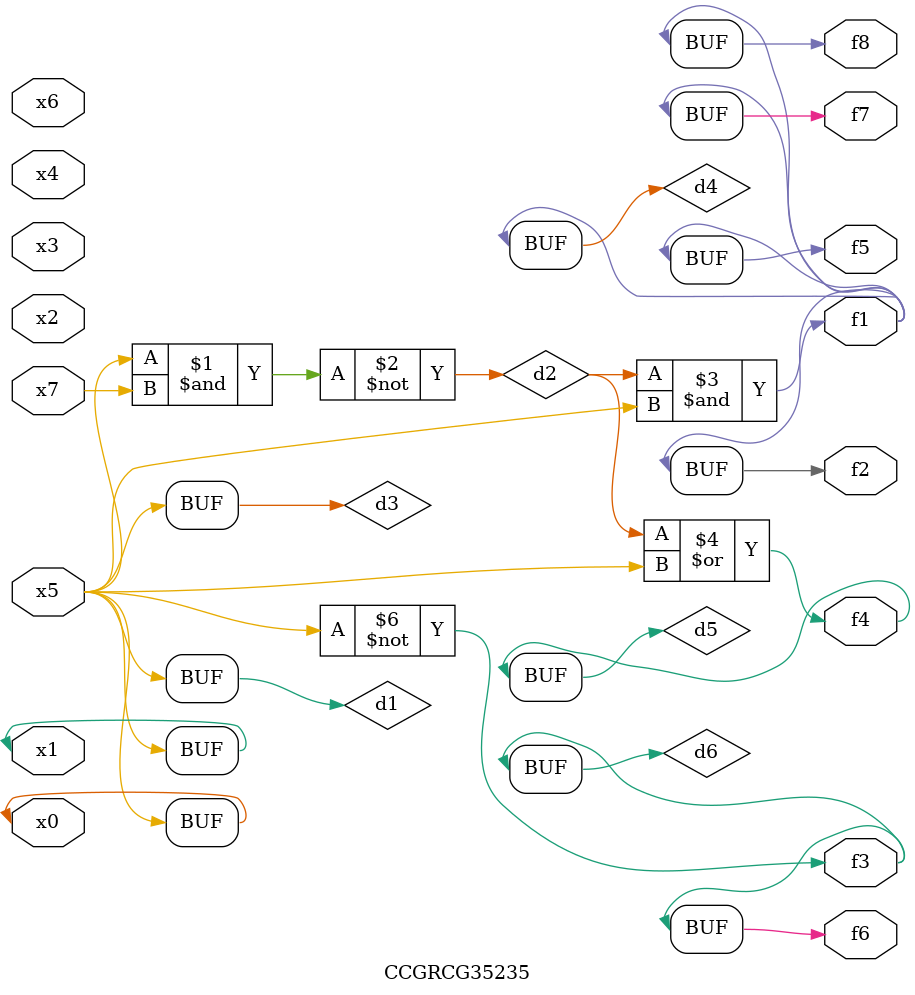
<source format=v>
module CCGRCG35235(
	input x0, x1, x2, x3, x4, x5, x6, x7,
	output f1, f2, f3, f4, f5, f6, f7, f8
);

	wire d1, d2, d3, d4, d5, d6;

	buf (d1, x0, x5);
	nand (d2, x5, x7);
	buf (d3, x0, x1);
	and (d4, d2, d3);
	or (d5, d2, d3);
	nor (d6, d1, d3);
	assign f1 = d4;
	assign f2 = d4;
	assign f3 = d6;
	assign f4 = d5;
	assign f5 = d4;
	assign f6 = d6;
	assign f7 = d4;
	assign f8 = d4;
endmodule

</source>
